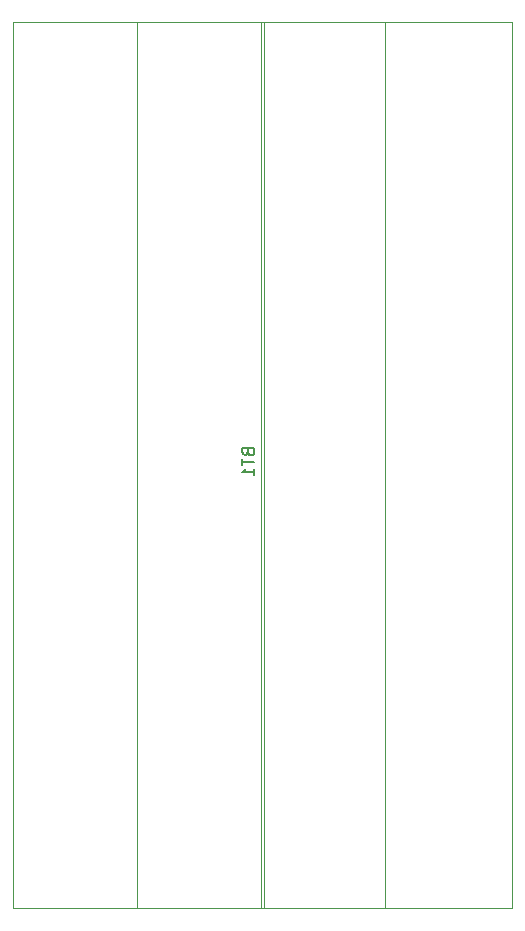
<source format=gbr>
G04 #@! TF.GenerationSoftware,KiCad,Pcbnew,(5.1.4)-1*
G04 #@! TF.CreationDate,2021-01-27T11:02:31-06:00*
G04 #@! TF.ProjectId,ULPSoilMonitor,554c5053-6f69-46c4-9d6f-6e69746f722e,v2.2*
G04 #@! TF.SameCoordinates,Original*
G04 #@! TF.FileFunction,Legend,Bot*
G04 #@! TF.FilePolarity,Positive*
%FSLAX46Y46*%
G04 Gerber Fmt 4.6, Leading zero omitted, Abs format (unit mm)*
G04 Created by KiCad (PCBNEW (5.1.4)-1) date 2021-01-27 11:02:31*
%MOMM*%
%LPD*%
G04 APERTURE LIST*
%ADD10C,0.120000*%
%ADD11C,0.150000*%
G04 APERTURE END LIST*
D10*
X31000000Y-28950000D02*
X31000000Y-103950000D01*
X52000000Y-28950000D02*
X31000000Y-28950000D01*
X31000000Y-103950000D02*
X52000000Y-103950000D01*
X52000000Y-103950000D02*
X52000000Y-28950000D01*
X52200000Y-28950000D02*
X52200000Y-103950000D01*
X73200000Y-28950000D02*
X52200000Y-28950000D01*
X52200000Y-103950000D02*
X73200000Y-103950000D01*
X73200000Y-103950000D02*
X73200000Y-28950000D01*
X62500000Y-103950000D02*
X62500000Y-28950000D01*
X62500000Y-28950000D02*
X41500000Y-28950000D01*
X41500000Y-28950000D02*
X41500000Y-103950000D01*
X41500000Y-103950000D02*
X62500000Y-103950000D01*
D11*
X50878571Y-65364285D02*
X50926190Y-65507142D01*
X50973809Y-65554761D01*
X51069047Y-65602380D01*
X51211904Y-65602380D01*
X51307142Y-65554761D01*
X51354761Y-65507142D01*
X51402380Y-65411904D01*
X51402380Y-65030952D01*
X50402380Y-65030952D01*
X50402380Y-65364285D01*
X50450000Y-65459523D01*
X50497619Y-65507142D01*
X50592857Y-65554761D01*
X50688095Y-65554761D01*
X50783333Y-65507142D01*
X50830952Y-65459523D01*
X50878571Y-65364285D01*
X50878571Y-65030952D01*
X50402380Y-65888095D02*
X50402380Y-66459523D01*
X51402380Y-66173809D02*
X50402380Y-66173809D01*
X51402380Y-67316666D02*
X51402380Y-66745238D01*
X51402380Y-67030952D02*
X50402380Y-67030952D01*
X50545238Y-66935714D01*
X50640476Y-66840476D01*
X50688095Y-66745238D01*
M02*

</source>
